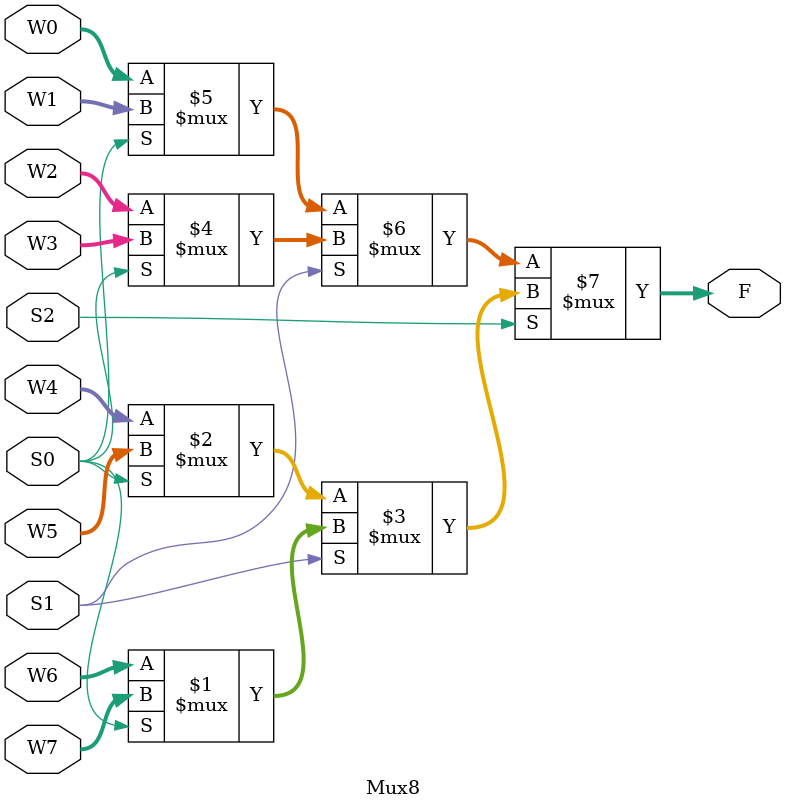
<source format=v>
module Mux8(	// file.cleaned.mlir:2:3
  input         S2,	// file.cleaned.mlir:2:22
                S1,	// file.cleaned.mlir:2:35
                S0,	// file.cleaned.mlir:2:48
  input  [12:0] W7,	// file.cleaned.mlir:2:61
                W6,	// file.cleaned.mlir:2:75
                W5,	// file.cleaned.mlir:2:89
                W4,	// file.cleaned.mlir:2:103
                W3,	// file.cleaned.mlir:2:117
                W2,	// file.cleaned.mlir:2:131
                W1,	// file.cleaned.mlir:2:145
                W0,	// file.cleaned.mlir:2:159
  output [12:0] F	// file.cleaned.mlir:2:174
);

  assign F =
    S2 ? (S1 ? (S0 ? W7 : W6) : S0 ? W5 : W4) : S1 ? (S0 ? W3 : W2) : S0 ? W1 : W0;	// file.cleaned.mlir:3:10, :4:10, :5:10, :6:10, :7:10, :8:10, :9:10, :10:5
endmodule


</source>
